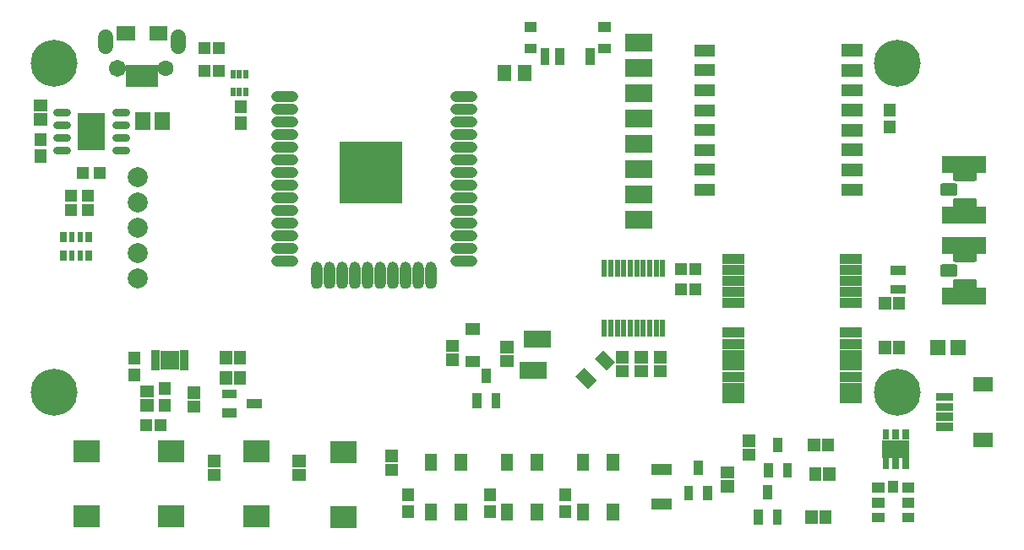
<source format=gts>
G04 Layer: TopSolderMaskLayer*
G04 EasyEDA v6.1.34, Wed, 08 May 2019 08:14:30 GMT*
G04 27d5e13cb4324ff6b1947c28adf9976f,88f35c52922c4fbc8d6ac25f651a04fd,10*
G04 Gerber Generator version 0.2*
G04 Scale: 100 percent, Rotated: No, Reflected: No *
G04 Dimensions in millimeters *
G04 leading zeros omitted , absolute positions ,3 integer and 3 decimal *
%FSLAX33Y33*%
%MOMM*%
G90*
G71D02*

%ADD97C,1.103122*%
%ADD98C,0.803199*%
%ADD99C,1.503197*%
%ADD100R,0.904240X0.502920*%
%ADD101R,1.953260X1.833880*%
%ADD106R,2.803195X1.703197*%
%ADD113R,1.303020X1.203960*%
%ADD116R,1.503680X1.602740*%
%ADD118R,2.202180X1.003300*%
%ADD119R,4.521200X1.727200*%
%ADD120C,2.003196*%
%ADD126C,1.603197*%
%ADD127C,1.703197*%
%ADD129R,1.203198X1.303198*%
%ADD130R,0.502920X0.904240*%
%ADD132R,2.153158X1.253236*%
%ADD135R,0.603199X1.696720*%
%ADD139R,0.803199X1.003198*%
%ADD140R,0.603199X1.003198*%
%ADD141C,4.703191*%

%LPD*%
G54D97*
G01X46900Y45847D02*
G01X45301Y45847D01*
G01X46900Y44577D02*
G01X45301Y44577D01*
G01X46900Y43307D02*
G01X45301Y43307D01*
G01X46900Y42037D02*
G01X45301Y42037D01*
G01X46900Y40767D02*
G01X45301Y40767D01*
G01X46900Y39497D02*
G01X45301Y39497D01*
G01X46900Y38227D02*
G01X45301Y38227D01*
G01X46900Y36957D02*
G01X45301Y36957D01*
G01X46900Y35687D02*
G01X45301Y35687D01*
G01X46900Y34417D02*
G01X45301Y34417D01*
G01X46900Y33147D02*
G01X45301Y33147D01*
G01X46900Y31877D02*
G01X45301Y31877D01*
G01X46900Y30607D02*
G01X45301Y30607D01*
G01X46900Y29337D02*
G01X45301Y29337D01*
G01X28901Y29337D02*
G01X27301Y29337D01*
G01X28901Y30607D02*
G01X27301Y30607D01*
G01X28901Y31877D02*
G01X27301Y31877D01*
G01X28901Y33147D02*
G01X27301Y33147D01*
G01X28901Y34417D02*
G01X27301Y34417D01*
G01X28901Y35687D02*
G01X27301Y35687D01*
G01X28901Y36957D02*
G01X27301Y36957D01*
G01X28901Y38227D02*
G01X27301Y38227D01*
G01X28901Y39497D02*
G01X27301Y39497D01*
G01X28901Y40767D02*
G01X27301Y40767D01*
G01X28901Y42037D02*
G01X27301Y42037D01*
G01X28901Y43307D02*
G01X27301Y43307D01*
G01X28901Y44577D02*
G01X27301Y44577D01*
G01X28901Y45847D02*
G01X27301Y45847D01*
G54D98*
G01X11234Y40386D02*
G01X12234Y40386D01*
G01X11234Y41656D02*
G01X12234Y41656D01*
G01X11234Y42926D02*
G01X12234Y42926D01*
G01X11234Y44196D02*
G01X12234Y44196D01*
G01X5291Y40386D02*
G01X6291Y40386D01*
G01X5291Y41656D02*
G01X6291Y41656D01*
G01X5291Y42926D02*
G01X6291Y42926D01*
G01X5291Y44196D02*
G01X6291Y44196D01*
G54D99*
G01X10223Y50847D02*
G01X10223Y51747D01*
G01X17462Y50847D02*
G01X17462Y51747D01*
G54D100*
G01X15189Y20066D03*
G01X15189Y19558D03*
G01X15189Y19050D03*
G01X15189Y18542D03*
G01X18084Y18542D03*
G01X18084Y19050D03*
G01X18084Y19558D03*
G01X18084Y20066D03*
G54D101*
G01X16638Y19304D03*
G36*
G01X12479Y17180D02*
G01X12479Y18483D01*
G01X13682Y18483D01*
G01X13682Y17180D01*
G01X12479Y17180D01*
G37*
G36*
G01X12479Y18856D02*
G01X12479Y20159D01*
G01X13682Y20159D01*
G01X13682Y18856D01*
G01X12479Y18856D01*
G37*
G36*
G01X15527Y15806D02*
G01X15527Y17109D01*
G01X16730Y17109D01*
G01X16730Y15806D01*
G01X15527Y15806D01*
G37*
G36*
G01X15527Y14130D02*
G01X15527Y15433D01*
G01X16730Y15433D01*
G01X16730Y14130D01*
G01X15527Y14130D01*
G37*
G36*
G01X47934Y17033D02*
G01X47934Y18486D01*
G01X48839Y18486D01*
G01X48839Y17033D01*
G01X47934Y17033D01*
G37*
G36*
G01X48884Y14533D02*
G01X48884Y15986D01*
G01X49789Y15986D01*
G01X49789Y14533D01*
G01X48884Y14533D01*
G37*
G36*
G01X46984Y14533D02*
G01X46984Y15986D01*
G01X47889Y15986D01*
G01X47889Y14533D01*
G01X46984Y14533D01*
G37*
G36*
G01X46278Y18646D02*
G01X46278Y19758D01*
G01X47701Y19758D01*
G01X47701Y18646D01*
G01X46278Y18646D01*
G37*
G36*
G01X46278Y21897D02*
G01X46278Y23009D01*
G01X47701Y23009D01*
G01X47701Y21897D01*
G01X46278Y21897D01*
G37*
G36*
G01X49766Y18638D02*
G01X49766Y19839D01*
G01X51071Y19839D01*
G01X51071Y18638D01*
G01X49766Y18638D01*
G37*
G36*
G01X49766Y20038D02*
G01X49766Y21239D01*
G01X51071Y21239D01*
G01X51071Y20038D01*
G01X49766Y20038D01*
G37*
G54D106*
G01X53086Y18288D03*
G01X53467Y21463D03*
G36*
G01X20429Y7208D02*
G01X20429Y8409D01*
G01X21734Y8409D01*
G01X21734Y7208D01*
G01X20429Y7208D01*
G37*
G36*
G01X20429Y8608D02*
G01X20429Y9809D01*
G01X21734Y9809D01*
G01X21734Y8608D01*
G01X20429Y8608D01*
G37*
G36*
G01X28938Y7208D02*
G01X28938Y8409D01*
G01X30243Y8409D01*
G01X30243Y7208D01*
G01X28938Y7208D01*
G37*
G36*
G01X28938Y8608D02*
G01X28938Y9809D01*
G01X30243Y9809D01*
G01X30243Y8608D01*
G01X28938Y8608D01*
G37*
G36*
G01X32781Y8973D02*
G01X32781Y11178D01*
G01X35384Y11178D01*
G01X35384Y8973D01*
G01X32781Y8973D01*
G37*
G36*
G01X32778Y2435D02*
G01X32778Y4638D01*
G01X35382Y4638D01*
G01X35382Y2435D01*
G01X32778Y2435D01*
G37*
G36*
G01X24018Y9100D02*
G01X24018Y11305D01*
G01X26621Y11305D01*
G01X26621Y9100D01*
G01X24018Y9100D01*
G37*
G36*
G01X24015Y2562D02*
G01X24015Y4765D01*
G01X26619Y4765D01*
G01X26619Y2562D01*
G01X24015Y2562D01*
G37*
G36*
G01X64912Y4302D02*
G01X64912Y5405D01*
G01X66913Y5405D01*
G01X66913Y4302D01*
G01X64912Y4302D01*
G37*
G36*
G01X64912Y7802D02*
G01X64912Y8905D01*
G01X66913Y8905D01*
G01X66913Y7802D01*
G01X64912Y7802D01*
G37*
G36*
G01X69143Y7762D02*
G01X69143Y9215D01*
G01X70048Y9215D01*
G01X70048Y7762D01*
G01X69143Y7762D01*
G37*
G36*
G01X70093Y5262D02*
G01X70093Y6715D01*
G01X70998Y6715D01*
G01X70998Y5262D01*
G01X70093Y5262D01*
G37*
G36*
G01X68193Y5262D02*
G01X68193Y6715D01*
G01X69098Y6715D01*
G01X69098Y5262D01*
G01X68193Y5262D01*
G37*
G36*
G01X88089Y8437D02*
G01X88089Y9491D01*
G01X88742Y9491D01*
G01X88742Y8437D01*
G01X88089Y8437D01*
G37*
G36*
G01X89080Y8437D02*
G01X89080Y9491D01*
G01X89733Y9491D01*
G01X89733Y8437D01*
G01X89080Y8437D01*
G37*
G36*
G01X90070Y8437D02*
G01X90070Y9491D01*
G01X90723Y9491D01*
G01X90723Y8437D01*
G01X90070Y8437D01*
G37*
G36*
G01X90070Y11333D02*
G01X90070Y12387D01*
G01X90723Y12387D01*
G01X90723Y11333D01*
G01X90070Y11333D01*
G37*
G36*
G01X89080Y11333D02*
G01X89080Y12387D01*
G01X89733Y12387D01*
G01X89733Y11333D01*
G01X89080Y11333D01*
G37*
G36*
G01X88089Y11333D02*
G01X88089Y12387D01*
G01X88742Y12387D01*
G01X88742Y11333D01*
G01X88089Y11333D01*
G37*
G36*
G01X88056Y9512D02*
G01X88056Y11315D01*
G01X90759Y11315D01*
G01X90759Y9512D01*
G01X88056Y9512D01*
G37*
G36*
G01X87053Y6027D02*
G01X87053Y7030D01*
G01X88257Y7030D01*
G01X88257Y6027D01*
G01X87053Y6027D01*
G37*
G36*
G01X87053Y4528D02*
G01X87053Y5532D01*
G01X88257Y5532D01*
G01X88257Y4528D01*
G01X87053Y4528D01*
G37*
G36*
G01X87053Y3030D02*
G01X87053Y4033D01*
G01X88257Y4033D01*
G01X88257Y3030D01*
G01X87053Y3030D01*
G37*
G36*
G01X90050Y3030D02*
G01X90050Y4033D01*
G01X91254Y4033D01*
G01X91254Y3030D01*
G01X90050Y3030D01*
G37*
G36*
G01X90050Y4528D02*
G01X90050Y5532D01*
G01X91254Y5532D01*
G01X91254Y4528D01*
G01X90050Y4528D01*
G37*
G36*
G01X90050Y6027D02*
G01X90050Y7030D01*
G01X91254Y7030D01*
G01X91254Y6027D01*
G01X90050Y6027D01*
G37*
G36*
G01X88653Y6027D02*
G01X88653Y7231D01*
G01X89656Y7231D01*
G01X89656Y6027D01*
G01X88653Y6027D01*
G37*
G54D113*
G01X6783Y34417D03*
G01X8459Y34417D03*
G01X6783Y35814D03*
G01X8459Y35814D03*
G36*
G01X93459Y15224D02*
G01X93459Y16027D01*
G01X95161Y16027D01*
G01X95161Y15224D01*
G01X93459Y15224D01*
G37*
G36*
G01X97157Y16225D02*
G01X97157Y17627D01*
G01X99161Y17627D01*
G01X99161Y16225D01*
G01X97157Y16225D01*
G37*
G36*
G01X97157Y10624D02*
G01X97157Y12026D01*
G01X99161Y12026D01*
G01X99161Y10624D01*
G01X97157Y10624D01*
G37*
G36*
G01X93459Y14224D02*
G01X93459Y15026D01*
G01X95161Y15026D01*
G01X95161Y14224D01*
G01X93459Y14224D01*
G37*
G36*
G01X93459Y13223D02*
G01X93459Y14028D01*
G01X95161Y14028D01*
G01X95161Y13223D01*
G01X93459Y13223D01*
G37*
G36*
G01X93459Y12225D02*
G01X93459Y13027D01*
G01X95161Y13027D01*
G01X95161Y12225D01*
G01X93459Y12225D01*
G37*
G54D116*
G01X93581Y20572D03*
G01X95681Y20572D03*
G36*
G01X88910Y27868D02*
G01X88910Y28773D01*
G01X90413Y28773D01*
G01X90413Y27868D01*
G01X88910Y27868D01*
G37*
G36*
G01X88910Y25968D02*
G01X88910Y26873D01*
G01X90413Y26873D01*
G01X90413Y25968D01*
G01X88910Y25968D01*
G37*
G54D118*
G01X84885Y15469D03*
G01X84885Y16562D03*
G01X84885Y17654D03*
G01X84885Y18771D03*
G01X84885Y19864D03*
G01X84885Y20956D03*
G01X84885Y22073D03*
G01X84885Y25071D03*
G01X84885Y26163D03*
G01X84885Y27255D03*
G01X84885Y28373D03*
G01X84885Y29465D03*
G01X73099Y29465D03*
G01X73099Y28373D03*
G01X73099Y27255D03*
G01X73099Y26163D03*
G01X73099Y25071D03*
G01X73099Y22073D03*
G01X73099Y20956D03*
G01X73099Y19864D03*
G01X73099Y18771D03*
G01X73099Y17654D03*
G01X73099Y16562D03*
G01X73099Y15469D03*
G36*
G01X94025Y27711D02*
G01X93995Y27716D01*
G01X93969Y27726D01*
G01X93954Y27734D01*
G01X93936Y27744D01*
G01X93913Y27762D01*
G01X93896Y27779D01*
G01X93883Y27795D01*
G01X93868Y27815D01*
G01X93855Y27848D01*
G01X93850Y27866D01*
G01X93847Y27881D01*
G01X93842Y27904D01*
G01X93842Y28737D01*
G01X93847Y28760D01*
G01X93850Y28775D01*
G01X93855Y28793D01*
G01X93868Y28826D01*
G01X93888Y28851D01*
G01X93891Y28854D01*
G01X93906Y28877D01*
G01X93936Y28897D01*
G01X93954Y28907D01*
G01X93969Y28915D01*
G01X93995Y28925D01*
G01X94025Y28930D01*
G01X95389Y28930D01*
G01X95420Y28925D01*
G01X95445Y28915D01*
G01X95460Y28907D01*
G01X95478Y28897D01*
G01X95509Y28877D01*
G01X95524Y28854D01*
G01X95526Y28851D01*
G01X95547Y28826D01*
G01X95559Y28793D01*
G01X95564Y28775D01*
G01X95570Y28750D01*
G01X95570Y27891D01*
G01X95564Y27866D01*
G01X95559Y27848D01*
G01X95547Y27815D01*
G01X95531Y27795D01*
G01X95519Y27779D01*
G01X95501Y27762D01*
G01X95478Y27744D01*
G01X95460Y27734D01*
G01X95445Y27726D01*
G01X95420Y27716D01*
G01X95389Y27711D01*
G01X94025Y27711D01*
G37*
G36*
G01X95303Y29182D02*
G01X95280Y29187D01*
G01X95260Y29192D01*
G01X95229Y29207D01*
G01X95211Y29220D01*
G01X95201Y29227D01*
G01X95178Y29243D01*
G01X95158Y29273D01*
G01X95145Y29296D01*
G01X95143Y29303D01*
G01X95128Y29337D01*
G01X95128Y29362D01*
G01X95125Y29375D01*
G01X95125Y30208D01*
G01X95128Y30223D01*
G01X95128Y30241D01*
G01X95140Y30274D01*
G01X95148Y30289D01*
G01X95158Y30312D01*
G01X95196Y30350D01*
G01X95219Y30368D01*
G01X95237Y30378D01*
G01X95252Y30386D01*
G01X95285Y30398D01*
G01X95308Y30398D01*
G01X95318Y30401D01*
G01X97335Y30401D01*
G01X97345Y30398D01*
G01X97370Y30398D01*
G01X97403Y30386D01*
G01X97419Y30378D01*
G01X97436Y30368D01*
G01X97467Y30347D01*
G01X97480Y30327D01*
G01X97490Y30319D01*
G01X97505Y30292D01*
G01X97518Y30266D01*
G01X97523Y30246D01*
G01X97528Y30223D01*
G01X97528Y29362D01*
G01X97523Y29337D01*
G01X97518Y29319D01*
G01X97505Y29286D01*
G01X97490Y29265D01*
G01X97477Y29250D01*
G01X97459Y29232D01*
G01X97444Y29220D01*
G01X97426Y29207D01*
G01X97396Y29192D01*
G01X97370Y29187D01*
G01X97348Y29182D01*
G01X95303Y29182D01*
G37*
G36*
G01X95303Y26240D02*
G01X95275Y26248D01*
G01X95252Y26255D01*
G01X95237Y26263D01*
G01X95219Y26273D01*
G01X95196Y26291D01*
G01X95158Y26329D01*
G01X95148Y26352D01*
G01X95140Y26367D01*
G01X95128Y26400D01*
G01X95128Y26421D01*
G01X95125Y26433D01*
G01X95125Y27266D01*
G01X95128Y27279D01*
G01X95128Y27305D01*
G01X95143Y27338D01*
G01X95145Y27345D01*
G01X95158Y27368D01*
G01X95178Y27398D01*
G01X95201Y27414D01*
G01X95211Y27421D01*
G01X95229Y27434D01*
G01X95260Y27449D01*
G01X95280Y27454D01*
G01X95303Y27459D01*
G01X97348Y27459D01*
G01X97370Y27454D01*
G01X97396Y27449D01*
G01X97426Y27434D01*
G01X97444Y27421D01*
G01X97459Y27409D01*
G01X97477Y27391D01*
G01X97490Y27376D01*
G01X97505Y27355D01*
G01X97518Y27322D01*
G01X97523Y27305D01*
G01X97528Y27279D01*
G01X97528Y26418D01*
G01X97523Y26395D01*
G01X97518Y26375D01*
G01X97505Y26349D01*
G01X97490Y26322D01*
G01X97480Y26314D01*
G01X97467Y26294D01*
G01X97436Y26273D01*
G01X97419Y26263D01*
G01X97403Y26255D01*
G01X97378Y26245D01*
G01X97348Y26240D01*
G01X95303Y26240D01*
G37*
G54D119*
G01X96199Y25781D03*
G01X96199Y30861D03*
G54D120*
G01X13462Y27559D03*
G01X13462Y30099D03*
G01X13462Y32639D03*
G01X13462Y35179D03*
G01X13462Y37719D03*
G36*
G01X24399Y14533D02*
G01X24399Y15438D01*
G01X25852Y15438D01*
G01X25852Y14533D01*
G01X24399Y14533D01*
G37*
G36*
G01X21899Y13583D02*
G01X21899Y14488D01*
G01X23352Y14488D01*
G01X23352Y13583D01*
G01X21899Y13583D01*
G37*
G36*
G01X21899Y15483D02*
G01X21899Y16388D01*
G01X23352Y16388D01*
G01X23352Y15483D01*
G01X21899Y15483D01*
G37*
G36*
G01X42783Y26497D02*
G01X42715Y26502D01*
G01X42646Y26522D01*
G01X42580Y26548D01*
G01X42519Y26581D01*
G01X42466Y26621D01*
G01X42415Y26667D01*
G01X42369Y26720D01*
G01X42331Y26781D01*
G01X42303Y26842D01*
G01X42280Y26908D01*
G01X42268Y26977D01*
G01X42265Y27043D01*
G01X42265Y28648D01*
G01X42268Y28717D01*
G01X42280Y28783D01*
G01X42303Y28849D01*
G01X42331Y28912D01*
G01X42369Y28971D01*
G01X42415Y29024D01*
G01X42466Y29072D01*
G01X42519Y29113D01*
G01X42580Y29146D01*
G01X42646Y29171D01*
G01X42715Y29187D01*
G01X42781Y29197D01*
G01X42852Y29197D01*
G01X42918Y29187D01*
G01X42984Y29171D01*
G01X43050Y29146D01*
G01X43111Y29113D01*
G01X43167Y29072D01*
G01X43220Y29024D01*
G01X43261Y28968D01*
G01X43299Y28912D01*
G01X43327Y28849D01*
G01X43350Y28785D01*
G01X43365Y28719D01*
G01X43367Y28648D01*
G01X43367Y27043D01*
G01X43365Y26977D01*
G01X43350Y26906D01*
G01X43327Y26842D01*
G01X43299Y26781D01*
G01X43261Y26723D01*
G01X43218Y26670D01*
G01X43167Y26621D01*
G01X43111Y26581D01*
G01X43050Y26548D01*
G01X42986Y26522D01*
G01X42918Y26504D01*
G01X42849Y26497D01*
G01X42783Y26497D01*
G37*
G36*
G01X41513Y26497D02*
G01X41445Y26502D01*
G01X41376Y26522D01*
G01X41310Y26548D01*
G01X41249Y26581D01*
G01X41196Y26621D01*
G01X41145Y26667D01*
G01X41099Y26720D01*
G01X41061Y26781D01*
G01X41033Y26842D01*
G01X41010Y26908D01*
G01X40998Y26977D01*
G01X40995Y27043D01*
G01X40995Y28648D01*
G01X40998Y28717D01*
G01X41010Y28783D01*
G01X41033Y28849D01*
G01X41061Y28912D01*
G01X41099Y28971D01*
G01X41145Y29024D01*
G01X41196Y29072D01*
G01X41249Y29113D01*
G01X41310Y29146D01*
G01X41376Y29171D01*
G01X41445Y29187D01*
G01X41511Y29197D01*
G01X41582Y29197D01*
G01X41648Y29187D01*
G01X41714Y29171D01*
G01X41780Y29146D01*
G01X41841Y29113D01*
G01X41897Y29072D01*
G01X41950Y29024D01*
G01X41991Y28968D01*
G01X42029Y28912D01*
G01X42057Y28849D01*
G01X42080Y28785D01*
G01X42095Y28719D01*
G01X42097Y28648D01*
G01X42097Y27043D01*
G01X42095Y26977D01*
G01X42080Y26906D01*
G01X42057Y26842D01*
G01X42029Y26781D01*
G01X41991Y26723D01*
G01X41948Y26670D01*
G01X41897Y26621D01*
G01X41841Y26581D01*
G01X41780Y26548D01*
G01X41716Y26522D01*
G01X41648Y26504D01*
G01X41579Y26497D01*
G01X41513Y26497D01*
G37*
G36*
G01X40243Y26497D02*
G01X40175Y26502D01*
G01X40106Y26522D01*
G01X40040Y26548D01*
G01X39979Y26581D01*
G01X39926Y26621D01*
G01X39875Y26667D01*
G01X39829Y26720D01*
G01X39791Y26781D01*
G01X39763Y26842D01*
G01X39740Y26908D01*
G01X39728Y26977D01*
G01X39725Y27043D01*
G01X39725Y28648D01*
G01X39728Y28717D01*
G01X39740Y28783D01*
G01X39763Y28849D01*
G01X39791Y28912D01*
G01X39829Y28971D01*
G01X39875Y29024D01*
G01X39926Y29072D01*
G01X39979Y29113D01*
G01X40040Y29146D01*
G01X40106Y29171D01*
G01X40175Y29187D01*
G01X40241Y29197D01*
G01X40312Y29197D01*
G01X40378Y29187D01*
G01X40444Y29171D01*
G01X40510Y29146D01*
G01X40571Y29113D01*
G01X40627Y29072D01*
G01X40680Y29024D01*
G01X40721Y28968D01*
G01X40759Y28912D01*
G01X40787Y28849D01*
G01X40810Y28785D01*
G01X40825Y28719D01*
G01X40827Y28648D01*
G01X40827Y27043D01*
G01X40825Y26977D01*
G01X40810Y26906D01*
G01X40787Y26842D01*
G01X40759Y26781D01*
G01X40721Y26723D01*
G01X40678Y26670D01*
G01X40627Y26621D01*
G01X40571Y26581D01*
G01X40510Y26548D01*
G01X40446Y26522D01*
G01X40378Y26504D01*
G01X40309Y26497D01*
G01X40243Y26497D01*
G37*
G36*
G01X38973Y26497D02*
G01X38905Y26502D01*
G01X38836Y26522D01*
G01X38770Y26548D01*
G01X38709Y26581D01*
G01X38656Y26621D01*
G01X38605Y26667D01*
G01X38559Y26720D01*
G01X38521Y26781D01*
G01X38493Y26842D01*
G01X38470Y26908D01*
G01X38458Y26977D01*
G01X38455Y27043D01*
G01X38455Y28648D01*
G01X38458Y28717D01*
G01X38470Y28783D01*
G01X38493Y28849D01*
G01X38521Y28912D01*
G01X38559Y28971D01*
G01X38605Y29024D01*
G01X38656Y29072D01*
G01X38709Y29113D01*
G01X38770Y29146D01*
G01X38836Y29171D01*
G01X38905Y29187D01*
G01X38971Y29197D01*
G01X39042Y29197D01*
G01X39108Y29187D01*
G01X39174Y29171D01*
G01X39240Y29146D01*
G01X39301Y29113D01*
G01X39357Y29072D01*
G01X39410Y29024D01*
G01X39451Y28968D01*
G01X39489Y28912D01*
G01X39517Y28849D01*
G01X39540Y28785D01*
G01X39555Y28719D01*
G01X39557Y28648D01*
G01X39557Y27043D01*
G01X39555Y26977D01*
G01X39540Y26906D01*
G01X39517Y26842D01*
G01X39489Y26781D01*
G01X39451Y26723D01*
G01X39408Y26670D01*
G01X39357Y26621D01*
G01X39301Y26581D01*
G01X39240Y26548D01*
G01X39176Y26522D01*
G01X39108Y26504D01*
G01X39039Y26497D01*
G01X38973Y26497D01*
G37*
G36*
G01X37703Y26497D02*
G01X37635Y26502D01*
G01X37566Y26522D01*
G01X37500Y26548D01*
G01X37439Y26581D01*
G01X37386Y26621D01*
G01X37335Y26667D01*
G01X37289Y26720D01*
G01X37251Y26781D01*
G01X37223Y26842D01*
G01X37200Y26908D01*
G01X37188Y26977D01*
G01X37185Y27043D01*
G01X37185Y28648D01*
G01X37188Y28717D01*
G01X37200Y28783D01*
G01X37223Y28849D01*
G01X37251Y28912D01*
G01X37289Y28971D01*
G01X37335Y29024D01*
G01X37386Y29072D01*
G01X37439Y29113D01*
G01X37500Y29146D01*
G01X37566Y29171D01*
G01X37635Y29187D01*
G01X37701Y29197D01*
G01X37772Y29197D01*
G01X37838Y29187D01*
G01X37904Y29171D01*
G01X37970Y29146D01*
G01X38031Y29113D01*
G01X38087Y29072D01*
G01X38140Y29024D01*
G01X38181Y28968D01*
G01X38219Y28912D01*
G01X38247Y28849D01*
G01X38270Y28785D01*
G01X38285Y28719D01*
G01X38287Y28648D01*
G01X38287Y27043D01*
G01X38285Y26977D01*
G01X38270Y26906D01*
G01X38247Y26842D01*
G01X38219Y26781D01*
G01X38181Y26723D01*
G01X38138Y26670D01*
G01X38087Y26621D01*
G01X38031Y26581D01*
G01X37970Y26548D01*
G01X37906Y26522D01*
G01X37838Y26504D01*
G01X37769Y26497D01*
G01X37703Y26497D01*
G37*
G36*
G01X36433Y26497D02*
G01X36365Y26502D01*
G01X36296Y26522D01*
G01X36230Y26548D01*
G01X36169Y26581D01*
G01X36116Y26621D01*
G01X36065Y26667D01*
G01X36019Y26720D01*
G01X35981Y26781D01*
G01X35953Y26842D01*
G01X35930Y26908D01*
G01X35918Y26977D01*
G01X35915Y27043D01*
G01X35915Y28648D01*
G01X35918Y28717D01*
G01X35930Y28783D01*
G01X35953Y28849D01*
G01X35981Y28912D01*
G01X36019Y28971D01*
G01X36065Y29024D01*
G01X36116Y29072D01*
G01X36169Y29113D01*
G01X36230Y29146D01*
G01X36296Y29171D01*
G01X36365Y29187D01*
G01X36431Y29197D01*
G01X36502Y29197D01*
G01X36568Y29187D01*
G01X36634Y29171D01*
G01X36700Y29146D01*
G01X36761Y29113D01*
G01X36817Y29072D01*
G01X36870Y29024D01*
G01X36911Y28968D01*
G01X36949Y28912D01*
G01X36977Y28849D01*
G01X37000Y28785D01*
G01X37015Y28719D01*
G01X37017Y28648D01*
G01X37017Y27043D01*
G01X37015Y26977D01*
G01X37000Y26906D01*
G01X36977Y26842D01*
G01X36949Y26781D01*
G01X36911Y26723D01*
G01X36868Y26670D01*
G01X36817Y26621D01*
G01X36761Y26581D01*
G01X36700Y26548D01*
G01X36636Y26522D01*
G01X36568Y26504D01*
G01X36499Y26497D01*
G01X36433Y26497D01*
G37*
G36*
G01X35163Y26497D02*
G01X35095Y26502D01*
G01X35026Y26522D01*
G01X34960Y26548D01*
G01X34899Y26581D01*
G01X34846Y26621D01*
G01X34795Y26667D01*
G01X34747Y26723D01*
G01X34714Y26781D01*
G01X34683Y26842D01*
G01X34660Y26908D01*
G01X34648Y26977D01*
G01X34645Y27043D01*
G01X34645Y28648D01*
G01X34648Y28717D01*
G01X34660Y28783D01*
G01X34683Y28851D01*
G01X34714Y28912D01*
G01X34747Y28968D01*
G01X34795Y29024D01*
G01X34846Y29072D01*
G01X34899Y29113D01*
G01X34960Y29146D01*
G01X35026Y29171D01*
G01X35095Y29187D01*
G01X35161Y29197D01*
G01X35232Y29197D01*
G01X35298Y29187D01*
G01X35364Y29171D01*
G01X35430Y29146D01*
G01X35491Y29113D01*
G01X35547Y29072D01*
G01X35600Y29024D01*
G01X35641Y28968D01*
G01X35679Y28912D01*
G01X35707Y28849D01*
G01X35730Y28785D01*
G01X35745Y28719D01*
G01X35747Y28648D01*
G01X35747Y27043D01*
G01X35745Y26977D01*
G01X35730Y26906D01*
G01X35707Y26842D01*
G01X35679Y26781D01*
G01X35641Y26723D01*
G01X35598Y26670D01*
G01X35547Y26621D01*
G01X35491Y26581D01*
G01X35430Y26548D01*
G01X35366Y26522D01*
G01X35298Y26504D01*
G01X35229Y26497D01*
G01X35163Y26497D01*
G37*
G36*
G01X33893Y26497D02*
G01X33825Y26502D01*
G01X33756Y26522D01*
G01X33690Y26548D01*
G01X33629Y26581D01*
G01X33576Y26621D01*
G01X33525Y26667D01*
G01X33477Y26723D01*
G01X33444Y26781D01*
G01X33413Y26842D01*
G01X33390Y26908D01*
G01X33378Y26977D01*
G01X33375Y27043D01*
G01X33375Y28648D01*
G01X33378Y28717D01*
G01X33390Y28783D01*
G01X33413Y28851D01*
G01X33444Y28912D01*
G01X33477Y28968D01*
G01X33525Y29024D01*
G01X33576Y29072D01*
G01X33629Y29113D01*
G01X33690Y29146D01*
G01X33756Y29171D01*
G01X33825Y29187D01*
G01X33891Y29197D01*
G01X33962Y29197D01*
G01X34028Y29187D01*
G01X34094Y29171D01*
G01X34160Y29146D01*
G01X34221Y29113D01*
G01X34277Y29072D01*
G01X34330Y29024D01*
G01X34371Y28968D01*
G01X34409Y28912D01*
G01X34437Y28849D01*
G01X34460Y28785D01*
G01X34475Y28719D01*
G01X34477Y28648D01*
G01X34477Y27043D01*
G01X34475Y26977D01*
G01X34460Y26906D01*
G01X34437Y26842D01*
G01X34409Y26781D01*
G01X34371Y26723D01*
G01X34328Y26670D01*
G01X34277Y26621D01*
G01X34221Y26581D01*
G01X34160Y26548D01*
G01X34096Y26522D01*
G01X34028Y26504D01*
G01X33959Y26497D01*
G01X33893Y26497D01*
G37*
G36*
G01X32623Y26497D02*
G01X32555Y26502D01*
G01X32486Y26522D01*
G01X32420Y26548D01*
G01X32359Y26581D01*
G01X32306Y26621D01*
G01X32255Y26667D01*
G01X32207Y26723D01*
G01X32174Y26781D01*
G01X32143Y26842D01*
G01X32120Y26908D01*
G01X32108Y26977D01*
G01X32105Y27043D01*
G01X32105Y28648D01*
G01X32108Y28717D01*
G01X32120Y28783D01*
G01X32143Y28851D01*
G01X32174Y28912D01*
G01X32207Y28968D01*
G01X32255Y29024D01*
G01X32306Y29072D01*
G01X32359Y29113D01*
G01X32420Y29146D01*
G01X32486Y29171D01*
G01X32555Y29187D01*
G01X32621Y29197D01*
G01X32692Y29197D01*
G01X32758Y29187D01*
G01X32826Y29171D01*
G01X32890Y29146D01*
G01X32951Y29113D01*
G01X33007Y29072D01*
G01X33060Y29024D01*
G01X33101Y28968D01*
G01X33139Y28912D01*
G01X33167Y28849D01*
G01X33190Y28785D01*
G01X33205Y28719D01*
G01X33207Y28648D01*
G01X33207Y27043D01*
G01X33205Y26977D01*
G01X33190Y26906D01*
G01X33167Y26842D01*
G01X33139Y26781D01*
G01X33101Y26723D01*
G01X33058Y26670D01*
G01X33007Y26621D01*
G01X32951Y26581D01*
G01X32890Y26548D01*
G01X32829Y26522D01*
G01X32758Y26502D01*
G01X32689Y26497D01*
G01X32623Y26497D01*
G37*
G36*
G01X31353Y26497D02*
G01X31285Y26502D01*
G01X31216Y26522D01*
G01X31150Y26548D01*
G01X31089Y26581D01*
G01X31036Y26621D01*
G01X30985Y26667D01*
G01X30937Y26723D01*
G01X30904Y26781D01*
G01X30873Y26842D01*
G01X30850Y26908D01*
G01X30838Y26977D01*
G01X30835Y27043D01*
G01X30835Y28648D01*
G01X30838Y28717D01*
G01X30850Y28783D01*
G01X30873Y28851D01*
G01X30904Y28912D01*
G01X30937Y28968D01*
G01X30985Y29024D01*
G01X31036Y29072D01*
G01X31089Y29113D01*
G01X31150Y29146D01*
G01X31216Y29171D01*
G01X31285Y29187D01*
G01X31351Y29197D01*
G01X31422Y29197D01*
G01X31488Y29187D01*
G01X31556Y29171D01*
G01X31620Y29146D01*
G01X31681Y29113D01*
G01X31737Y29072D01*
G01X31790Y29024D01*
G01X31831Y28968D01*
G01X31869Y28912D01*
G01X31897Y28849D01*
G01X31920Y28785D01*
G01X31935Y28719D01*
G01X31937Y28648D01*
G01X31937Y27043D01*
G01X31935Y26977D01*
G01X31920Y26906D01*
G01X31897Y26842D01*
G01X31869Y26781D01*
G01X31831Y26723D01*
G01X31788Y26670D01*
G01X31737Y26621D01*
G01X31681Y26581D01*
G01X31620Y26548D01*
G01X31559Y26522D01*
G01X31488Y26502D01*
G01X31419Y26497D01*
G01X31353Y26497D01*
G37*
G36*
G01X33700Y35044D02*
G01X33700Y41249D01*
G01X39903Y41249D01*
G01X39903Y35044D01*
G01X33700Y35044D01*
G37*
G36*
G01X7411Y40439D02*
G01X7411Y44142D01*
G01X10114Y44142D01*
G01X10114Y40439D01*
G01X7411Y40439D01*
G37*
G36*
G01X3081Y39149D02*
G01X3081Y40452D01*
G01X4284Y40452D01*
G01X4284Y39149D01*
G01X3081Y39149D01*
G37*
G36*
G01X3081Y40825D02*
G01X3081Y42128D01*
G01X4284Y42128D01*
G01X4284Y40825D01*
G01X3081Y40825D01*
G37*
G54D113*
G01X7926Y38100D03*
G01X9602Y38100D03*
G36*
G01X12227Y46710D02*
G01X12227Y48915D01*
G01X12880Y48915D01*
G01X12880Y46710D01*
G01X12227Y46710D01*
G37*
G36*
G01X12877Y46710D02*
G01X12877Y48915D01*
G01X13530Y48915D01*
G01X13530Y46710D01*
G01X12877Y46710D01*
G37*
G36*
G01X13528Y46710D02*
G01X13528Y48915D01*
G01X14180Y48915D01*
G01X14180Y46710D01*
G01X13528Y46710D01*
G37*
G36*
G01X14175Y46710D02*
G01X14175Y48915D01*
G01X14831Y48915D01*
G01X14831Y46710D01*
G01X14175Y46710D01*
G37*
G36*
G01X14825Y46710D02*
G01X14825Y48915D01*
G01X15481Y48915D01*
G01X15481Y46710D01*
G01X14825Y46710D01*
G37*
G36*
G01X11346Y51422D02*
G01X11346Y52826D01*
G01X13149Y52826D01*
G01X13149Y51422D01*
G01X11346Y51422D01*
G37*
G36*
G01X14625Y51407D02*
G01X14625Y52809D01*
G01X16428Y52809D01*
G01X16428Y51407D01*
G01X14625Y51407D01*
G37*
G54D126*
G01X16253Y48597D03*
G54D127*
G01X11412Y48597D03*
G36*
G01X15123Y42405D02*
G01X15123Y44208D01*
G01X16626Y44208D01*
G01X16626Y42405D01*
G01X15123Y42405D01*
G37*
G36*
G01X13223Y42405D02*
G01X13223Y44208D01*
G01X14726Y44208D01*
G01X14726Y42405D01*
G01X13223Y42405D01*
G37*
G54D129*
G01X20128Y50673D03*
G01X21527Y50673D03*
G01X20128Y48387D03*
G01X21527Y48387D03*
G54D130*
G01X23622Y46202D03*
G01X24272Y46202D03*
G01X24282Y48031D03*
G01X23632Y48031D03*
G01X22981Y48031D03*
G01X22971Y46202D03*
G36*
G01X42222Y3253D02*
G01X42222Y4955D01*
G01X43423Y4955D01*
G01X43423Y3253D01*
G01X42222Y3253D01*
G37*
G36*
G01X45222Y3253D02*
G01X45222Y4955D01*
G01X46423Y4955D01*
G01X46423Y3253D01*
G01X45222Y3253D01*
G37*
G36*
G01X45222Y8252D02*
G01X45222Y9956D01*
G01X46423Y9956D01*
G01X46423Y8252D01*
G01X45222Y8252D01*
G37*
G36*
G01X42222Y8252D02*
G01X42222Y9956D01*
G01X43423Y9956D01*
G01X43423Y8252D01*
G01X42222Y8252D01*
G37*
G36*
G01X39911Y5138D02*
G01X39911Y6441D01*
G01X41114Y6441D01*
G01X41114Y5138D01*
G01X39911Y5138D01*
G37*
G36*
G01X39911Y3462D02*
G01X39911Y4765D01*
G01X41114Y4765D01*
G01X41114Y3462D01*
G01X39911Y3462D01*
G37*
G54D132*
G01X70231Y50419D03*
G01X70231Y48418D03*
G01X70231Y46418D03*
G01X70231Y44418D03*
G01X70231Y42419D03*
G01X70231Y40419D03*
G01X70231Y38418D03*
G01X70231Y36418D03*
G36*
G01X83954Y35791D02*
G01X83954Y37045D01*
G01X86108Y37045D01*
G01X86108Y35791D01*
G01X83954Y35791D01*
G37*
G36*
G01X83954Y37792D02*
G01X83954Y39044D01*
G01X86108Y39044D01*
G01X86108Y37792D01*
G01X83954Y37792D01*
G37*
G36*
G01X83954Y39791D02*
G01X83954Y41046D01*
G01X86108Y41046D01*
G01X86108Y39791D01*
G01X83954Y39791D01*
G37*
G36*
G01X83954Y41793D02*
G01X83954Y43045D01*
G01X86108Y43045D01*
G01X86108Y41793D01*
G01X83954Y41793D01*
G37*
G36*
G01X83954Y43792D02*
G01X83954Y45044D01*
G01X86108Y45044D01*
G01X86108Y43792D01*
G01X83954Y43792D01*
G37*
G36*
G01X83954Y45791D02*
G01X83954Y47045D01*
G01X86108Y47045D01*
G01X86108Y45791D01*
G01X83954Y45791D01*
G37*
G36*
G01X83954Y47792D02*
G01X83954Y49044D01*
G01X86108Y49044D01*
G01X86108Y47792D01*
G01X83954Y47792D01*
G37*
G36*
G01X83954Y49791D02*
G01X83954Y51046D01*
G01X86108Y51046D01*
G01X86108Y49791D01*
G01X83954Y49791D01*
G37*
G36*
G01X88171Y42072D02*
G01X88171Y43375D01*
G01X89374Y43375D01*
G01X89374Y42072D01*
G01X88171Y42072D01*
G37*
G36*
G01X88171Y43748D02*
G01X88171Y45051D01*
G01X89374Y45051D01*
G01X89374Y43748D01*
G01X88171Y43748D01*
G37*
G36*
G01X94025Y35839D02*
G01X93995Y35844D01*
G01X93969Y35854D01*
G01X93954Y35862D01*
G01X93936Y35872D01*
G01X93913Y35890D01*
G01X93896Y35907D01*
G01X93883Y35923D01*
G01X93868Y35943D01*
G01X93855Y35976D01*
G01X93850Y35994D01*
G01X93847Y36009D01*
G01X93842Y36032D01*
G01X93842Y36865D01*
G01X93847Y36888D01*
G01X93850Y36903D01*
G01X93855Y36921D01*
G01X93868Y36954D01*
G01X93888Y36979D01*
G01X93891Y36982D01*
G01X93906Y37005D01*
G01X93936Y37025D01*
G01X93954Y37035D01*
G01X93969Y37043D01*
G01X93995Y37053D01*
G01X94025Y37058D01*
G01X95389Y37058D01*
G01X95420Y37053D01*
G01X95445Y37043D01*
G01X95460Y37035D01*
G01X95478Y37025D01*
G01X95509Y37005D01*
G01X95524Y36982D01*
G01X95526Y36979D01*
G01X95547Y36954D01*
G01X95559Y36921D01*
G01X95564Y36903D01*
G01X95570Y36878D01*
G01X95570Y36019D01*
G01X95564Y35994D01*
G01X95559Y35976D01*
G01X95547Y35943D01*
G01X95531Y35923D01*
G01X95519Y35907D01*
G01X95501Y35890D01*
G01X95478Y35872D01*
G01X95460Y35862D01*
G01X95445Y35854D01*
G01X95420Y35844D01*
G01X95389Y35839D01*
G01X94025Y35839D01*
G37*
G36*
G01X95303Y37310D02*
G01X95280Y37315D01*
G01X95260Y37320D01*
G01X95229Y37335D01*
G01X95211Y37348D01*
G01X95201Y37355D01*
G01X95178Y37371D01*
G01X95158Y37401D01*
G01X95145Y37424D01*
G01X95143Y37431D01*
G01X95128Y37465D01*
G01X95128Y37490D01*
G01X95125Y37503D01*
G01X95125Y38336D01*
G01X95128Y38351D01*
G01X95128Y38369D01*
G01X95140Y38402D01*
G01X95148Y38417D01*
G01X95158Y38440D01*
G01X95196Y38478D01*
G01X95219Y38496D01*
G01X95237Y38506D01*
G01X95252Y38514D01*
G01X95285Y38526D01*
G01X95308Y38526D01*
G01X95318Y38529D01*
G01X97335Y38529D01*
G01X97345Y38526D01*
G01X97370Y38526D01*
G01X97403Y38514D01*
G01X97419Y38506D01*
G01X97436Y38496D01*
G01X97467Y38475D01*
G01X97480Y38455D01*
G01X97490Y38447D01*
G01X97505Y38420D01*
G01X97518Y38394D01*
G01X97523Y38374D01*
G01X97528Y38351D01*
G01X97528Y37490D01*
G01X97523Y37465D01*
G01X97518Y37447D01*
G01X97505Y37414D01*
G01X97490Y37393D01*
G01X97477Y37378D01*
G01X97459Y37360D01*
G01X97444Y37348D01*
G01X97426Y37335D01*
G01X97396Y37320D01*
G01X97370Y37315D01*
G01X97348Y37310D01*
G01X95303Y37310D01*
G37*
G36*
G01X95303Y34368D02*
G01X95275Y34376D01*
G01X95252Y34383D01*
G01X95237Y34391D01*
G01X95219Y34401D01*
G01X95196Y34419D01*
G01X95158Y34457D01*
G01X95148Y34480D01*
G01X95140Y34495D01*
G01X95128Y34528D01*
G01X95128Y34549D01*
G01X95125Y34561D01*
G01X95125Y35394D01*
G01X95128Y35407D01*
G01X95128Y35433D01*
G01X95143Y35466D01*
G01X95145Y35473D01*
G01X95158Y35496D01*
G01X95178Y35526D01*
G01X95201Y35542D01*
G01X95211Y35549D01*
G01X95229Y35562D01*
G01X95260Y35577D01*
G01X95280Y35582D01*
G01X95303Y35587D01*
G01X97348Y35587D01*
G01X97370Y35582D01*
G01X97396Y35577D01*
G01X97426Y35562D01*
G01X97444Y35549D01*
G01X97459Y35537D01*
G01X97477Y35519D01*
G01X97490Y35504D01*
G01X97505Y35483D01*
G01X97518Y35450D01*
G01X97523Y35433D01*
G01X97528Y35407D01*
G01X97528Y34546D01*
G01X97523Y34523D01*
G01X97518Y34503D01*
G01X97505Y34477D01*
G01X97490Y34450D01*
G01X97480Y34442D01*
G01X97467Y34422D01*
G01X97436Y34401D01*
G01X97419Y34391D01*
G01X97403Y34383D01*
G01X97378Y34373D01*
G01X97348Y34368D01*
G01X95303Y34368D01*
G37*
G54D119*
G01X96199Y33909D03*
G01X96199Y38989D03*
G36*
G01X15509Y9100D02*
G01X15509Y11305D01*
G01X18112Y11305D01*
G01X18112Y9100D01*
G01X15509Y9100D01*
G37*
G36*
G01X15506Y2562D02*
G01X15506Y4765D01*
G01X18110Y4765D01*
G01X18110Y2562D01*
G01X15506Y2562D01*
G37*
G36*
G01X49842Y3253D02*
G01X49842Y4955D01*
G01X51043Y4955D01*
G01X51043Y3253D01*
G01X49842Y3253D01*
G37*
G36*
G01X52842Y3253D02*
G01X52842Y4955D01*
G01X54043Y4955D01*
G01X54043Y3253D01*
G01X52842Y3253D01*
G37*
G36*
G01X52842Y8252D02*
G01X52842Y9956D01*
G01X54043Y9956D01*
G01X54043Y8252D01*
G01X52842Y8252D01*
G37*
G36*
G01X49842Y8252D02*
G01X49842Y9956D01*
G01X51043Y9956D01*
G01X51043Y8252D01*
G01X49842Y8252D01*
G37*
G36*
G01X57462Y3253D02*
G01X57462Y4955D01*
G01X58663Y4955D01*
G01X58663Y3253D01*
G01X57462Y3253D01*
G37*
G36*
G01X60462Y3253D02*
G01X60462Y4955D01*
G01X61663Y4955D01*
G01X61663Y3253D01*
G01X60462Y3253D01*
G37*
G36*
G01X60462Y8252D02*
G01X60462Y9956D01*
G01X61663Y9956D01*
G01X61663Y8252D01*
G01X60462Y8252D01*
G37*
G36*
G01X57462Y8252D02*
G01X57462Y9956D01*
G01X58663Y9956D01*
G01X58663Y8252D01*
G01X57462Y8252D01*
G37*
G36*
G01X48166Y5138D02*
G01X48166Y6441D01*
G01X49369Y6441D01*
G01X49369Y5138D01*
G01X48166Y5138D01*
G37*
G36*
G01X48166Y3462D02*
G01X48166Y4765D01*
G01X49369Y4765D01*
G01X49369Y3462D01*
G01X48166Y3462D01*
G37*
G36*
G01X55659Y5138D02*
G01X55659Y6441D01*
G01X56862Y6441D01*
G01X56862Y5138D01*
G01X55659Y5138D01*
G37*
G36*
G01X55659Y3462D02*
G01X55659Y4765D01*
G01X56862Y4765D01*
G01X56862Y3462D01*
G01X55659Y3462D01*
G37*
G36*
G01X62275Y32537D02*
G01X62275Y34264D01*
G01X64978Y34264D01*
G01X64978Y32537D01*
G01X62275Y32537D01*
G37*
G36*
G01X62275Y35077D02*
G01X62275Y36804D01*
G01X64978Y36804D01*
G01X64978Y35077D01*
G01X62275Y35077D01*
G37*
G36*
G01X62275Y37617D02*
G01X62275Y39344D01*
G01X64978Y39344D01*
G01X64978Y37617D01*
G01X62275Y37617D01*
G37*
G36*
G01X62275Y40157D02*
G01X62275Y41884D01*
G01X64978Y41884D01*
G01X64978Y40157D01*
G01X62275Y40157D01*
G37*
G36*
G01X62255Y42697D02*
G01X62255Y44424D01*
G01X64998Y44424D01*
G01X64998Y42697D01*
G01X62255Y42697D01*
G37*
G36*
G01X62255Y45237D02*
G01X62255Y46964D01*
G01X64998Y46964D01*
G01X64998Y45237D01*
G01X62255Y45237D01*
G37*
G36*
G01X62255Y47777D02*
G01X62255Y49504D01*
G01X64998Y49504D01*
G01X64998Y47777D01*
G01X62255Y47777D01*
G37*
G36*
G01X62255Y50317D02*
G01X62255Y52044D01*
G01X64998Y52044D01*
G01X64998Y50317D01*
G01X62255Y50317D01*
G37*
G54D135*
G01X62792Y22527D03*
G01X63441Y22527D03*
G01X64093Y22527D03*
G01X64743Y22527D03*
G01X60843Y28524D03*
G01X60843Y22527D03*
G01X61493Y22527D03*
G01X62143Y22527D03*
G01X65393Y28529D03*
G01X64743Y28529D03*
G01X64093Y28529D03*
G01X63442Y28529D03*
G01X62792Y28529D03*
G01X62143Y28529D03*
G01X65393Y22527D03*
G01X61493Y28524D03*
G01X60192Y22527D03*
G01X66042Y22527D03*
G01X66042Y28529D03*
G01X60192Y28529D03*
G36*
G01X58557Y16476D02*
G01X57335Y17698D01*
G01X58186Y18549D01*
G01X59408Y17327D01*
G01X58557Y16476D01*
G37*
G36*
G01X60431Y18280D02*
G01X59209Y19502D01*
G01X60060Y20350D01*
G01X61280Y19128D01*
G01X60431Y18280D01*
G37*
G36*
G01X7000Y9100D02*
G01X7000Y11305D01*
G01X9603Y11305D01*
G01X9603Y9100D01*
G01X7000Y9100D01*
G37*
G36*
G01X6997Y2562D02*
G01X6997Y4765D01*
G01X9601Y4765D01*
G01X9601Y2562D01*
G01X6997Y2562D01*
G37*
G36*
G01X59621Y52290D02*
G01X59621Y53294D01*
G01X60825Y53294D01*
G01X60825Y52290D01*
G01X59621Y52290D01*
G37*
G36*
G01X59621Y50106D02*
G01X59621Y51109D01*
G01X60825Y51109D01*
G01X60825Y50106D01*
G01X59621Y50106D01*
G37*
G36*
G01X52204Y50106D02*
G01X52204Y51109D01*
G01X53408Y51109D01*
G01X53408Y50106D01*
G01X52204Y50106D01*
G37*
G36*
G01X52204Y52290D02*
G01X52204Y53294D01*
G01X53408Y53294D01*
G01X53408Y52290D01*
G01X52204Y52290D01*
G37*
G36*
G01X58323Y48968D02*
G01X58323Y50673D01*
G01X59227Y50673D01*
G01X59227Y48968D01*
G01X58323Y48968D01*
G37*
G36*
G01X55300Y48968D02*
G01X55300Y50673D01*
G01X56205Y50673D01*
G01X56205Y48968D01*
G01X55300Y48968D01*
G37*
G36*
G01X53802Y48968D02*
G01X53802Y50673D01*
G01X54706Y50673D01*
G01X54706Y48968D01*
G01X53802Y48968D01*
G37*
G36*
G01X51516Y47307D02*
G01X51516Y48961D01*
G01X52877Y48961D01*
G01X52877Y47307D01*
G01X51516Y47307D01*
G37*
G36*
G01X49484Y47307D02*
G01X49484Y48961D01*
G01X50845Y48961D01*
G01X50845Y47307D01*
G01X49484Y47307D01*
G37*
G54D139*
G01X8561Y29858D03*
G01X8561Y31657D03*
G54D140*
G01X7660Y29858D03*
G01X7660Y31657D03*
G01X6861Y29858D03*
G01X6860Y31657D03*
G54D139*
G01X5961Y31657D03*
G01X5961Y29858D03*
G36*
G01X18397Y15466D02*
G01X18397Y16667D01*
G01X19702Y16667D01*
G01X19702Y15466D01*
G01X18397Y15466D01*
G37*
G36*
G01X18397Y14066D02*
G01X18397Y15267D01*
G01X19702Y15267D01*
G01X19702Y14066D01*
G01X18397Y14066D01*
G37*
G36*
G01X13698Y15593D02*
G01X13698Y16794D01*
G01X15003Y16794D01*
G01X15003Y15593D01*
G01X13698Y15593D01*
G37*
G36*
G01X13698Y14193D02*
G01X13698Y15394D01*
G01X15003Y15394D01*
G01X15003Y14193D01*
G01X13698Y14193D01*
G37*
G54D129*
G01X14286Y12827D03*
G01X15685Y12827D03*
G36*
G01X44305Y20165D02*
G01X44305Y21366D01*
G01X45610Y21366D01*
G01X45610Y20165D01*
G01X44305Y20165D01*
G37*
G36*
G01X44305Y18765D02*
G01X44305Y19966D01*
G01X45610Y19966D01*
G01X45610Y18765D01*
G01X44305Y18765D01*
G37*
G36*
G01X71864Y7465D02*
G01X71864Y8666D01*
G01X73169Y8666D01*
G01X73169Y7465D01*
G01X71864Y7465D01*
G37*
G36*
G01X71864Y6065D02*
G01X71864Y7266D01*
G01X73169Y7266D01*
G01X73169Y6065D01*
G01X71864Y6065D01*
G37*
G36*
G01X89126Y19921D02*
G01X89126Y21226D01*
G01X90327Y21226D01*
G01X90327Y19921D01*
G01X89126Y19921D01*
G37*
G36*
G01X87726Y19921D02*
G01X87726Y21226D01*
G01X88927Y21226D01*
G01X88927Y19921D01*
G01X87726Y19921D01*
G37*
G36*
G01X89126Y24366D02*
G01X89126Y25671D01*
G01X90327Y25671D01*
G01X90327Y24366D01*
G01X89126Y24366D01*
G37*
G36*
G01X87726Y24366D02*
G01X87726Y25671D01*
G01X88927Y25671D01*
G01X88927Y24366D01*
G01X87726Y24366D01*
G37*
G01X67880Y28448D03*
G01X69279Y28448D03*
G01X67880Y26416D03*
G01X69279Y26416D03*
G36*
G01X23086Y16873D02*
G01X23086Y18178D01*
G01X24287Y18178D01*
G01X24287Y16873D01*
G01X23086Y16873D01*
G37*
G36*
G01X21686Y16873D02*
G01X21686Y18178D01*
G01X22887Y18178D01*
G01X22887Y16873D01*
G01X21686Y16873D01*
G37*
G36*
G01X23086Y18905D02*
G01X23086Y20210D01*
G01X24287Y20210D01*
G01X24287Y18905D01*
G01X23086Y18905D01*
G37*
G36*
G01X21686Y18905D02*
G01X21686Y20210D01*
G01X22887Y20210D01*
G01X22887Y18905D01*
G01X21686Y18905D01*
G37*
G36*
G01X3030Y42895D02*
G01X3030Y44096D01*
G01X4335Y44096D01*
G01X4335Y42895D01*
G01X3030Y42895D01*
G37*
G36*
G01X3030Y44295D02*
G01X3030Y45496D01*
G01X4335Y45496D01*
G01X4335Y44295D01*
G01X3030Y44295D01*
G37*
G36*
G01X38209Y7716D02*
G01X38209Y8917D01*
G01X39514Y8917D01*
G01X39514Y7716D01*
G01X38209Y7716D01*
G37*
G36*
G01X38209Y9116D02*
G01X38209Y10317D01*
G01X39514Y10317D01*
G01X39514Y9116D01*
G01X38209Y9116D01*
G37*
G36*
G01X61323Y19022D02*
G01X61323Y20223D01*
G01X62628Y20223D01*
G01X62628Y19022D01*
G01X61323Y19022D01*
G37*
G36*
G01X61323Y17622D02*
G01X61323Y18823D01*
G01X62628Y18823D01*
G01X62628Y17622D01*
G01X61323Y17622D01*
G37*
G36*
G01X63228Y19022D02*
G01X63228Y20223D01*
G01X64533Y20223D01*
G01X64533Y19022D01*
G01X63228Y19022D01*
G37*
G36*
G01X63228Y17622D02*
G01X63228Y18823D01*
G01X64533Y18823D01*
G01X64533Y17622D01*
G01X63228Y17622D01*
G37*
G36*
G01X65133Y19022D02*
G01X65133Y20223D01*
G01X66438Y20223D01*
G01X66438Y19022D01*
G01X65133Y19022D01*
G37*
G36*
G01X65133Y17622D02*
G01X65133Y18823D01*
G01X66438Y18823D01*
G01X66438Y17622D01*
G01X65133Y17622D01*
G37*
G36*
G01X77144Y10048D02*
G01X77144Y11501D01*
G01X78049Y11501D01*
G01X78049Y10048D01*
G01X77144Y10048D01*
G37*
G36*
G01X78094Y7548D02*
G01X78094Y9001D01*
G01X78999Y9001D01*
G01X78999Y7548D01*
G01X78094Y7548D01*
G37*
G36*
G01X76194Y7548D02*
G01X76194Y9001D01*
G01X77099Y9001D01*
G01X77099Y7548D01*
G01X76194Y7548D01*
G37*
G36*
G01X76128Y5349D02*
G01X76128Y6802D01*
G01X77033Y6802D01*
G01X77033Y5349D01*
G01X76128Y5349D01*
G37*
G36*
G01X77078Y2849D02*
G01X77078Y4302D01*
G01X77983Y4302D01*
G01X77983Y2849D01*
G01X77078Y2849D01*
G37*
G36*
G01X75178Y2849D02*
G01X75178Y4302D01*
G01X76083Y4302D01*
G01X76083Y2849D01*
G01X75178Y2849D01*
G37*
G36*
G01X82014Y10142D02*
G01X82014Y11447D01*
G01X83215Y11447D01*
G01X83215Y10142D01*
G01X82014Y10142D01*
G37*
G36*
G01X80614Y10142D02*
G01X80614Y11447D01*
G01X81815Y11447D01*
G01X81815Y10142D01*
G01X80614Y10142D01*
G37*
G36*
G01X82141Y7221D02*
G01X82141Y8526D01*
G01X83342Y8526D01*
G01X83342Y7221D01*
G01X82141Y7221D01*
G37*
G36*
G01X80741Y7221D02*
G01X80741Y8526D01*
G01X81942Y8526D01*
G01X81942Y7221D01*
G01X80741Y7221D01*
G37*
G36*
G01X74023Y10640D02*
G01X74023Y11841D01*
G01X75328Y11841D01*
G01X75328Y10640D01*
G01X74023Y10640D01*
G37*
G36*
G01X74023Y9240D02*
G01X74023Y10441D01*
G01X75328Y10441D01*
G01X75328Y9240D01*
G01X74023Y9240D01*
G37*
G36*
G01X81760Y2903D02*
G01X81760Y4208D01*
G01X82961Y4208D01*
G01X82961Y2903D01*
G01X81760Y2903D01*
G37*
G36*
G01X80360Y2903D02*
G01X80360Y4208D01*
G01X81561Y4208D01*
G01X81561Y2903D01*
G01X80360Y2903D01*
G37*
G36*
G01X23147Y44127D02*
G01X23147Y45430D01*
G01X24350Y45430D01*
G01X24350Y44127D01*
G01X23147Y44127D01*
G37*
G36*
G01X23147Y42451D02*
G01X23147Y43754D01*
G01X24350Y43754D01*
G01X24350Y42451D01*
G01X23147Y42451D01*
G37*
G54D141*
G01X89520Y49123D03*
G01X89520Y16123D03*
G01X5020Y16123D03*
G01X5020Y49123D03*
M00*
M02*

</source>
